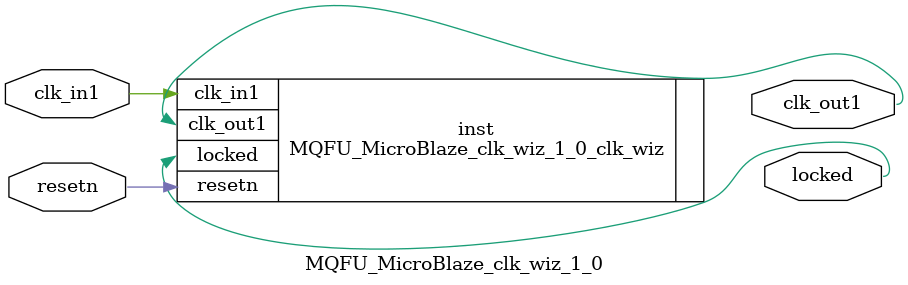
<source format=v>


`timescale 1ps/1ps

(* CORE_GENERATION_INFO = "MQFU_MicroBlaze_clk_wiz_1_0,clk_wiz_v6_0_11_0_0,{component_name=MQFU_MicroBlaze_clk_wiz_1_0,use_phase_alignment=true,use_min_o_jitter=false,use_max_i_jitter=false,use_dyn_phase_shift=false,use_inclk_switchover=false,use_dyn_reconfig=false,enable_axi=0,feedback_source=FDBK_AUTO,PRIMITIVE=MMCM,num_out_clk=1,clkin1_period=10.000,clkin2_period=10.000,use_power_down=false,use_reset=true,use_locked=true,use_inclk_stopped=false,feedback_type=SINGLE,CLOCK_MGR_TYPE=NA,manual_override=false}" *)

module MQFU_MicroBlaze_clk_wiz_1_0 
 (
  // Clock out ports
  output        clk_out1,
  // Status and control signals
  input         resetn,
  output        locked,
 // Clock in ports
  input         clk_in1
 );

  MQFU_MicroBlaze_clk_wiz_1_0_clk_wiz inst
  (
  // Clock out ports  
  .clk_out1(clk_out1),
  // Status and control signals               
  .resetn(resetn), 
  .locked(locked),
 // Clock in ports
  .clk_in1(clk_in1)
  );

endmodule

</source>
